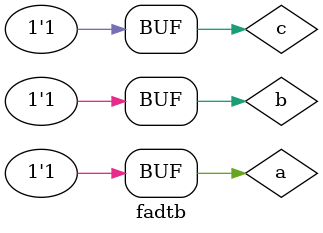
<source format=v>
module fadtb;

	// Inputs
	reg a;
	reg b;
	reg c;
	wire sum;
   wire carry;

	// Instantiate the Unit Under Test (UUT)
	fad uut (
		.a(a), 
		.b(b), 
		.c(c), 
		.sum(sum), 
		.carry(carry)
	);

	initial begin
		// Initialize Inputs
		a = 0;
		b = 0;
		c = 0;

		// Wait 100 ns for global reset to finish
		#100 a=1'b0;b=1'b0;c=1'b1;
		#100 a=1'b0;b=1'b1;c=1'b0;
		#100 a=1'b0;b=1'b1;c=1'b1;
		#100 a=1'b1;b=1'b0;c=1'b0;
		#100 a=1'b1;b=1'b0;c=1'b1;
		#100 a=1'b1;b=1'b1;c=1'b0;
		#100 a=1'b1;b=1'b1;c=1'b1;

        
		// Add stimulus here

	end
      
endmodule


</source>
